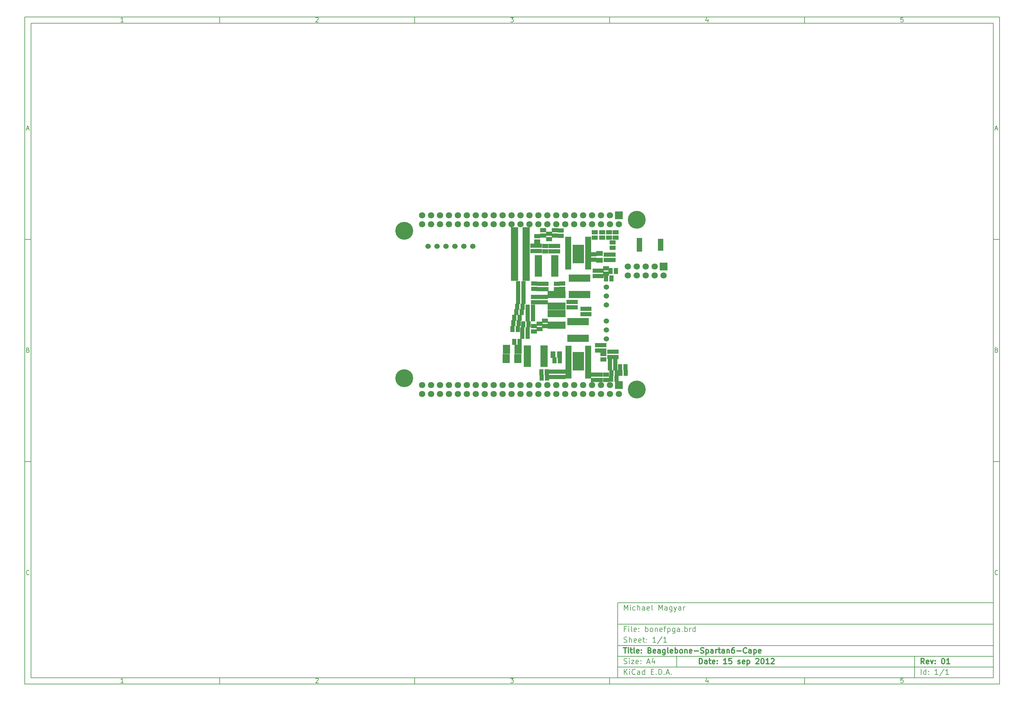
<source format=gbs>
G04 (created by PCBNEW-RS274X (2012-jan-04)-stable) date Fri Sep 14 23:37:00 2012*
G01*
G70*
G90*
%MOIN*%
G04 Gerber Fmt 3.4, Leading zero omitted, Abs format*
%FSLAX34Y34*%
G04 APERTURE LIST*
%ADD10C,0.006000*%
%ADD11C,0.012000*%
%ADD12C,0.060200*%
%ADD13C,0.200000*%
%ADD14R,0.085000X0.085000*%
%ADD15C,0.071200*%
%ADD16R,0.100000X0.080000*%
%ADD17R,0.080000X0.100000*%
%ADD18R,0.055000X0.075000*%
%ADD19R,0.075000X0.055000*%
%ADD20R,0.065000X0.045000*%
%ADD21R,0.045000X0.065000*%
%ADD22R,0.244400X0.083000*%
%ADD23R,0.083000X0.244400*%
%ADD24R,0.059400X0.157800*%
%ADD25R,0.059400X0.138100*%
%ADD26R,0.065300X0.037900*%
%ADD27R,0.127900X0.207000*%
G04 APERTURE END LIST*
G54D10*
X04000Y-04000D02*
X113000Y-04000D01*
X113000Y-78670D01*
X04000Y-78670D01*
X04000Y-04000D01*
X04700Y-04700D02*
X112300Y-04700D01*
X112300Y-77970D01*
X04700Y-77970D01*
X04700Y-04700D01*
X25800Y-04000D02*
X25800Y-04700D01*
X15043Y-04552D02*
X14757Y-04552D01*
X14900Y-04552D02*
X14900Y-04052D01*
X14852Y-04124D01*
X14805Y-04171D01*
X14757Y-04195D01*
X25800Y-78670D02*
X25800Y-77970D01*
X15043Y-78522D02*
X14757Y-78522D01*
X14900Y-78522D02*
X14900Y-78022D01*
X14852Y-78094D01*
X14805Y-78141D01*
X14757Y-78165D01*
X47600Y-04000D02*
X47600Y-04700D01*
X36557Y-04100D02*
X36581Y-04076D01*
X36629Y-04052D01*
X36748Y-04052D01*
X36795Y-04076D01*
X36819Y-04100D01*
X36843Y-04148D01*
X36843Y-04195D01*
X36819Y-04267D01*
X36533Y-04552D01*
X36843Y-04552D01*
X47600Y-78670D02*
X47600Y-77970D01*
X36557Y-78070D02*
X36581Y-78046D01*
X36629Y-78022D01*
X36748Y-78022D01*
X36795Y-78046D01*
X36819Y-78070D01*
X36843Y-78118D01*
X36843Y-78165D01*
X36819Y-78237D01*
X36533Y-78522D01*
X36843Y-78522D01*
X69400Y-04000D02*
X69400Y-04700D01*
X58333Y-04052D02*
X58643Y-04052D01*
X58476Y-04243D01*
X58548Y-04243D01*
X58595Y-04267D01*
X58619Y-04290D01*
X58643Y-04338D01*
X58643Y-04457D01*
X58619Y-04505D01*
X58595Y-04529D01*
X58548Y-04552D01*
X58405Y-04552D01*
X58357Y-04529D01*
X58333Y-04505D01*
X69400Y-78670D02*
X69400Y-77970D01*
X58333Y-78022D02*
X58643Y-78022D01*
X58476Y-78213D01*
X58548Y-78213D01*
X58595Y-78237D01*
X58619Y-78260D01*
X58643Y-78308D01*
X58643Y-78427D01*
X58619Y-78475D01*
X58595Y-78499D01*
X58548Y-78522D01*
X58405Y-78522D01*
X58357Y-78499D01*
X58333Y-78475D01*
X91200Y-04000D02*
X91200Y-04700D01*
X80395Y-04219D02*
X80395Y-04552D01*
X80276Y-04029D02*
X80157Y-04386D01*
X80467Y-04386D01*
X91200Y-78670D02*
X91200Y-77970D01*
X80395Y-78189D02*
X80395Y-78522D01*
X80276Y-77999D02*
X80157Y-78356D01*
X80467Y-78356D01*
X102219Y-04052D02*
X101981Y-04052D01*
X101957Y-04290D01*
X101981Y-04267D01*
X102029Y-04243D01*
X102148Y-04243D01*
X102195Y-04267D01*
X102219Y-04290D01*
X102243Y-04338D01*
X102243Y-04457D01*
X102219Y-04505D01*
X102195Y-04529D01*
X102148Y-04552D01*
X102029Y-04552D01*
X101981Y-04529D01*
X101957Y-04505D01*
X102219Y-78022D02*
X101981Y-78022D01*
X101957Y-78260D01*
X101981Y-78237D01*
X102029Y-78213D01*
X102148Y-78213D01*
X102195Y-78237D01*
X102219Y-78260D01*
X102243Y-78308D01*
X102243Y-78427D01*
X102219Y-78475D01*
X102195Y-78499D01*
X102148Y-78522D01*
X102029Y-78522D01*
X101981Y-78499D01*
X101957Y-78475D01*
X04000Y-28890D02*
X04700Y-28890D01*
X04231Y-16510D02*
X04469Y-16510D01*
X04184Y-16652D02*
X04350Y-16152D01*
X04517Y-16652D01*
X113000Y-28890D02*
X112300Y-28890D01*
X112531Y-16510D02*
X112769Y-16510D01*
X112484Y-16652D02*
X112650Y-16152D01*
X112817Y-16652D01*
X04000Y-53780D02*
X04700Y-53780D01*
X04386Y-41280D02*
X04457Y-41304D01*
X04481Y-41328D01*
X04505Y-41376D01*
X04505Y-41447D01*
X04481Y-41495D01*
X04457Y-41519D01*
X04410Y-41542D01*
X04219Y-41542D01*
X04219Y-41042D01*
X04386Y-41042D01*
X04433Y-41066D01*
X04457Y-41090D01*
X04481Y-41138D01*
X04481Y-41185D01*
X04457Y-41233D01*
X04433Y-41257D01*
X04386Y-41280D01*
X04219Y-41280D01*
X113000Y-53780D02*
X112300Y-53780D01*
X112686Y-41280D02*
X112757Y-41304D01*
X112781Y-41328D01*
X112805Y-41376D01*
X112805Y-41447D01*
X112781Y-41495D01*
X112757Y-41519D01*
X112710Y-41542D01*
X112519Y-41542D01*
X112519Y-41042D01*
X112686Y-41042D01*
X112733Y-41066D01*
X112757Y-41090D01*
X112781Y-41138D01*
X112781Y-41185D01*
X112757Y-41233D01*
X112733Y-41257D01*
X112686Y-41280D01*
X112519Y-41280D01*
X04505Y-66385D02*
X04481Y-66409D01*
X04410Y-66432D01*
X04362Y-66432D01*
X04290Y-66409D01*
X04243Y-66361D01*
X04219Y-66313D01*
X04195Y-66218D01*
X04195Y-66147D01*
X04219Y-66051D01*
X04243Y-66004D01*
X04290Y-65956D01*
X04362Y-65932D01*
X04410Y-65932D01*
X04481Y-65956D01*
X04505Y-65980D01*
X112805Y-66385D02*
X112781Y-66409D01*
X112710Y-66432D01*
X112662Y-66432D01*
X112590Y-66409D01*
X112543Y-66361D01*
X112519Y-66313D01*
X112495Y-66218D01*
X112495Y-66147D01*
X112519Y-66051D01*
X112543Y-66004D01*
X112590Y-65956D01*
X112662Y-65932D01*
X112710Y-65932D01*
X112781Y-65956D01*
X112805Y-65980D01*
G54D11*
X79443Y-76413D02*
X79443Y-75813D01*
X79586Y-75813D01*
X79671Y-75841D01*
X79729Y-75899D01*
X79757Y-75956D01*
X79786Y-76070D01*
X79786Y-76156D01*
X79757Y-76270D01*
X79729Y-76327D01*
X79671Y-76384D01*
X79586Y-76413D01*
X79443Y-76413D01*
X80300Y-76413D02*
X80300Y-76099D01*
X80271Y-76041D01*
X80214Y-76013D01*
X80100Y-76013D01*
X80043Y-76041D01*
X80300Y-76384D02*
X80243Y-76413D01*
X80100Y-76413D01*
X80043Y-76384D01*
X80014Y-76327D01*
X80014Y-76270D01*
X80043Y-76213D01*
X80100Y-76184D01*
X80243Y-76184D01*
X80300Y-76156D01*
X80500Y-76013D02*
X80729Y-76013D01*
X80586Y-75813D02*
X80586Y-76327D01*
X80614Y-76384D01*
X80672Y-76413D01*
X80729Y-76413D01*
X81157Y-76384D02*
X81100Y-76413D01*
X80986Y-76413D01*
X80929Y-76384D01*
X80900Y-76327D01*
X80900Y-76099D01*
X80929Y-76041D01*
X80986Y-76013D01*
X81100Y-76013D01*
X81157Y-76041D01*
X81186Y-76099D01*
X81186Y-76156D01*
X80900Y-76213D01*
X81443Y-76356D02*
X81471Y-76384D01*
X81443Y-76413D01*
X81414Y-76384D01*
X81443Y-76356D01*
X81443Y-76413D01*
X81443Y-76041D02*
X81471Y-76070D01*
X81443Y-76099D01*
X81414Y-76070D01*
X81443Y-76041D01*
X81443Y-76099D01*
X82500Y-76413D02*
X82157Y-76413D01*
X82329Y-76413D02*
X82329Y-75813D01*
X82272Y-75899D01*
X82214Y-75956D01*
X82157Y-75984D01*
X83043Y-75813D02*
X82757Y-75813D01*
X82728Y-76099D01*
X82757Y-76070D01*
X82814Y-76041D01*
X82957Y-76041D01*
X83014Y-76070D01*
X83043Y-76099D01*
X83071Y-76156D01*
X83071Y-76299D01*
X83043Y-76356D01*
X83014Y-76384D01*
X82957Y-76413D01*
X82814Y-76413D01*
X82757Y-76384D01*
X82728Y-76356D01*
X83756Y-76384D02*
X83813Y-76413D01*
X83928Y-76413D01*
X83985Y-76384D01*
X84013Y-76327D01*
X84013Y-76299D01*
X83985Y-76241D01*
X83928Y-76213D01*
X83842Y-76213D01*
X83785Y-76184D01*
X83756Y-76127D01*
X83756Y-76099D01*
X83785Y-76041D01*
X83842Y-76013D01*
X83928Y-76013D01*
X83985Y-76041D01*
X84499Y-76384D02*
X84442Y-76413D01*
X84328Y-76413D01*
X84271Y-76384D01*
X84242Y-76327D01*
X84242Y-76099D01*
X84271Y-76041D01*
X84328Y-76013D01*
X84442Y-76013D01*
X84499Y-76041D01*
X84528Y-76099D01*
X84528Y-76156D01*
X84242Y-76213D01*
X84785Y-76013D02*
X84785Y-76613D01*
X84785Y-76041D02*
X84842Y-76013D01*
X84956Y-76013D01*
X85013Y-76041D01*
X85042Y-76070D01*
X85071Y-76127D01*
X85071Y-76299D01*
X85042Y-76356D01*
X85013Y-76384D01*
X84956Y-76413D01*
X84842Y-76413D01*
X84785Y-76384D01*
X85756Y-75870D02*
X85785Y-75841D01*
X85842Y-75813D01*
X85985Y-75813D01*
X86042Y-75841D01*
X86071Y-75870D01*
X86099Y-75927D01*
X86099Y-75984D01*
X86071Y-76070D01*
X85728Y-76413D01*
X86099Y-76413D01*
X86470Y-75813D02*
X86527Y-75813D01*
X86584Y-75841D01*
X86613Y-75870D01*
X86642Y-75927D01*
X86670Y-76041D01*
X86670Y-76184D01*
X86642Y-76299D01*
X86613Y-76356D01*
X86584Y-76384D01*
X86527Y-76413D01*
X86470Y-76413D01*
X86413Y-76384D01*
X86384Y-76356D01*
X86356Y-76299D01*
X86327Y-76184D01*
X86327Y-76041D01*
X86356Y-75927D01*
X86384Y-75870D01*
X86413Y-75841D01*
X86470Y-75813D01*
X87241Y-76413D02*
X86898Y-76413D01*
X87070Y-76413D02*
X87070Y-75813D01*
X87013Y-75899D01*
X86955Y-75956D01*
X86898Y-75984D01*
X87469Y-75870D02*
X87498Y-75841D01*
X87555Y-75813D01*
X87698Y-75813D01*
X87755Y-75841D01*
X87784Y-75870D01*
X87812Y-75927D01*
X87812Y-75984D01*
X87784Y-76070D01*
X87441Y-76413D01*
X87812Y-76413D01*
G54D10*
X71043Y-77613D02*
X71043Y-77013D01*
X71386Y-77613D02*
X71129Y-77270D01*
X71386Y-77013D02*
X71043Y-77356D01*
X71643Y-77613D02*
X71643Y-77213D01*
X71643Y-77013D02*
X71614Y-77041D01*
X71643Y-77070D01*
X71671Y-77041D01*
X71643Y-77013D01*
X71643Y-77070D01*
X72272Y-77556D02*
X72243Y-77584D01*
X72157Y-77613D01*
X72100Y-77613D01*
X72015Y-77584D01*
X71957Y-77527D01*
X71929Y-77470D01*
X71900Y-77356D01*
X71900Y-77270D01*
X71929Y-77156D01*
X71957Y-77099D01*
X72015Y-77041D01*
X72100Y-77013D01*
X72157Y-77013D01*
X72243Y-77041D01*
X72272Y-77070D01*
X72786Y-77613D02*
X72786Y-77299D01*
X72757Y-77241D01*
X72700Y-77213D01*
X72586Y-77213D01*
X72529Y-77241D01*
X72786Y-77584D02*
X72729Y-77613D01*
X72586Y-77613D01*
X72529Y-77584D01*
X72500Y-77527D01*
X72500Y-77470D01*
X72529Y-77413D01*
X72586Y-77384D01*
X72729Y-77384D01*
X72786Y-77356D01*
X73329Y-77613D02*
X73329Y-77013D01*
X73329Y-77584D02*
X73272Y-77613D01*
X73158Y-77613D01*
X73100Y-77584D01*
X73072Y-77556D01*
X73043Y-77499D01*
X73043Y-77327D01*
X73072Y-77270D01*
X73100Y-77241D01*
X73158Y-77213D01*
X73272Y-77213D01*
X73329Y-77241D01*
X74072Y-77299D02*
X74272Y-77299D01*
X74358Y-77613D02*
X74072Y-77613D01*
X74072Y-77013D01*
X74358Y-77013D01*
X74615Y-77556D02*
X74643Y-77584D01*
X74615Y-77613D01*
X74586Y-77584D01*
X74615Y-77556D01*
X74615Y-77613D01*
X74901Y-77613D02*
X74901Y-77013D01*
X75044Y-77013D01*
X75129Y-77041D01*
X75187Y-77099D01*
X75215Y-77156D01*
X75244Y-77270D01*
X75244Y-77356D01*
X75215Y-77470D01*
X75187Y-77527D01*
X75129Y-77584D01*
X75044Y-77613D01*
X74901Y-77613D01*
X75501Y-77556D02*
X75529Y-77584D01*
X75501Y-77613D01*
X75472Y-77584D01*
X75501Y-77556D01*
X75501Y-77613D01*
X75758Y-77441D02*
X76044Y-77441D01*
X75701Y-77613D02*
X75901Y-77013D01*
X76101Y-77613D01*
X76301Y-77556D02*
X76329Y-77584D01*
X76301Y-77613D01*
X76272Y-77584D01*
X76301Y-77556D01*
X76301Y-77613D01*
G54D11*
X104586Y-76413D02*
X104386Y-76127D01*
X104243Y-76413D02*
X104243Y-75813D01*
X104471Y-75813D01*
X104529Y-75841D01*
X104557Y-75870D01*
X104586Y-75927D01*
X104586Y-76013D01*
X104557Y-76070D01*
X104529Y-76099D01*
X104471Y-76127D01*
X104243Y-76127D01*
X105071Y-76384D02*
X105014Y-76413D01*
X104900Y-76413D01*
X104843Y-76384D01*
X104814Y-76327D01*
X104814Y-76099D01*
X104843Y-76041D01*
X104900Y-76013D01*
X105014Y-76013D01*
X105071Y-76041D01*
X105100Y-76099D01*
X105100Y-76156D01*
X104814Y-76213D01*
X105300Y-76013D02*
X105443Y-76413D01*
X105585Y-76013D01*
X105814Y-76356D02*
X105842Y-76384D01*
X105814Y-76413D01*
X105785Y-76384D01*
X105814Y-76356D01*
X105814Y-76413D01*
X105814Y-76041D02*
X105842Y-76070D01*
X105814Y-76099D01*
X105785Y-76070D01*
X105814Y-76041D01*
X105814Y-76099D01*
X106671Y-75813D02*
X106728Y-75813D01*
X106785Y-75841D01*
X106814Y-75870D01*
X106843Y-75927D01*
X106871Y-76041D01*
X106871Y-76184D01*
X106843Y-76299D01*
X106814Y-76356D01*
X106785Y-76384D01*
X106728Y-76413D01*
X106671Y-76413D01*
X106614Y-76384D01*
X106585Y-76356D01*
X106557Y-76299D01*
X106528Y-76184D01*
X106528Y-76041D01*
X106557Y-75927D01*
X106585Y-75870D01*
X106614Y-75841D01*
X106671Y-75813D01*
X107442Y-76413D02*
X107099Y-76413D01*
X107271Y-76413D02*
X107271Y-75813D01*
X107214Y-75899D01*
X107156Y-75956D01*
X107099Y-75984D01*
G54D10*
X71014Y-76384D02*
X71100Y-76413D01*
X71243Y-76413D01*
X71300Y-76384D01*
X71329Y-76356D01*
X71357Y-76299D01*
X71357Y-76241D01*
X71329Y-76184D01*
X71300Y-76156D01*
X71243Y-76127D01*
X71129Y-76099D01*
X71071Y-76070D01*
X71043Y-76041D01*
X71014Y-75984D01*
X71014Y-75927D01*
X71043Y-75870D01*
X71071Y-75841D01*
X71129Y-75813D01*
X71271Y-75813D01*
X71357Y-75841D01*
X71614Y-76413D02*
X71614Y-76013D01*
X71614Y-75813D02*
X71585Y-75841D01*
X71614Y-75870D01*
X71642Y-75841D01*
X71614Y-75813D01*
X71614Y-75870D01*
X71843Y-76013D02*
X72157Y-76013D01*
X71843Y-76413D01*
X72157Y-76413D01*
X72614Y-76384D02*
X72557Y-76413D01*
X72443Y-76413D01*
X72386Y-76384D01*
X72357Y-76327D01*
X72357Y-76099D01*
X72386Y-76041D01*
X72443Y-76013D01*
X72557Y-76013D01*
X72614Y-76041D01*
X72643Y-76099D01*
X72643Y-76156D01*
X72357Y-76213D01*
X72900Y-76356D02*
X72928Y-76384D01*
X72900Y-76413D01*
X72871Y-76384D01*
X72900Y-76356D01*
X72900Y-76413D01*
X72900Y-76041D02*
X72928Y-76070D01*
X72900Y-76099D01*
X72871Y-76070D01*
X72900Y-76041D01*
X72900Y-76099D01*
X73614Y-76241D02*
X73900Y-76241D01*
X73557Y-76413D02*
X73757Y-75813D01*
X73957Y-76413D01*
X74414Y-76013D02*
X74414Y-76413D01*
X74271Y-75784D02*
X74128Y-76213D01*
X74500Y-76213D01*
X104243Y-77613D02*
X104243Y-77013D01*
X104786Y-77613D02*
X104786Y-77013D01*
X104786Y-77584D02*
X104729Y-77613D01*
X104615Y-77613D01*
X104557Y-77584D01*
X104529Y-77556D01*
X104500Y-77499D01*
X104500Y-77327D01*
X104529Y-77270D01*
X104557Y-77241D01*
X104615Y-77213D01*
X104729Y-77213D01*
X104786Y-77241D01*
X105072Y-77556D02*
X105100Y-77584D01*
X105072Y-77613D01*
X105043Y-77584D01*
X105072Y-77556D01*
X105072Y-77613D01*
X105072Y-77241D02*
X105100Y-77270D01*
X105072Y-77299D01*
X105043Y-77270D01*
X105072Y-77241D01*
X105072Y-77299D01*
X106129Y-77613D02*
X105786Y-77613D01*
X105958Y-77613D02*
X105958Y-77013D01*
X105901Y-77099D01*
X105843Y-77156D01*
X105786Y-77184D01*
X106814Y-76984D02*
X106300Y-77756D01*
X107329Y-77613D02*
X106986Y-77613D01*
X107158Y-77613D02*
X107158Y-77013D01*
X107101Y-77099D01*
X107043Y-77156D01*
X106986Y-77184D01*
G54D11*
X70957Y-74613D02*
X71300Y-74613D01*
X71129Y-75213D02*
X71129Y-74613D01*
X71500Y-75213D02*
X71500Y-74813D01*
X71500Y-74613D02*
X71471Y-74641D01*
X71500Y-74670D01*
X71528Y-74641D01*
X71500Y-74613D01*
X71500Y-74670D01*
X71700Y-74813D02*
X71929Y-74813D01*
X71786Y-74613D02*
X71786Y-75127D01*
X71814Y-75184D01*
X71872Y-75213D01*
X71929Y-75213D01*
X72215Y-75213D02*
X72157Y-75184D01*
X72129Y-75127D01*
X72129Y-74613D01*
X72671Y-75184D02*
X72614Y-75213D01*
X72500Y-75213D01*
X72443Y-75184D01*
X72414Y-75127D01*
X72414Y-74899D01*
X72443Y-74841D01*
X72500Y-74813D01*
X72614Y-74813D01*
X72671Y-74841D01*
X72700Y-74899D01*
X72700Y-74956D01*
X72414Y-75013D01*
X72957Y-75156D02*
X72985Y-75184D01*
X72957Y-75213D01*
X72928Y-75184D01*
X72957Y-75156D01*
X72957Y-75213D01*
X72957Y-74841D02*
X72985Y-74870D01*
X72957Y-74899D01*
X72928Y-74870D01*
X72957Y-74841D01*
X72957Y-74899D01*
X73900Y-74899D02*
X73986Y-74927D01*
X74014Y-74956D01*
X74043Y-75013D01*
X74043Y-75099D01*
X74014Y-75156D01*
X73986Y-75184D01*
X73928Y-75213D01*
X73700Y-75213D01*
X73700Y-74613D01*
X73900Y-74613D01*
X73957Y-74641D01*
X73986Y-74670D01*
X74014Y-74727D01*
X74014Y-74784D01*
X73986Y-74841D01*
X73957Y-74870D01*
X73900Y-74899D01*
X73700Y-74899D01*
X74528Y-75184D02*
X74471Y-75213D01*
X74357Y-75213D01*
X74300Y-75184D01*
X74271Y-75127D01*
X74271Y-74899D01*
X74300Y-74841D01*
X74357Y-74813D01*
X74471Y-74813D01*
X74528Y-74841D01*
X74557Y-74899D01*
X74557Y-74956D01*
X74271Y-75013D01*
X75071Y-75213D02*
X75071Y-74899D01*
X75042Y-74841D01*
X74985Y-74813D01*
X74871Y-74813D01*
X74814Y-74841D01*
X75071Y-75184D02*
X75014Y-75213D01*
X74871Y-75213D01*
X74814Y-75184D01*
X74785Y-75127D01*
X74785Y-75070D01*
X74814Y-75013D01*
X74871Y-74984D01*
X75014Y-74984D01*
X75071Y-74956D01*
X75614Y-74813D02*
X75614Y-75299D01*
X75585Y-75356D01*
X75557Y-75384D01*
X75500Y-75413D01*
X75414Y-75413D01*
X75357Y-75384D01*
X75614Y-75184D02*
X75557Y-75213D01*
X75443Y-75213D01*
X75385Y-75184D01*
X75357Y-75156D01*
X75328Y-75099D01*
X75328Y-74927D01*
X75357Y-74870D01*
X75385Y-74841D01*
X75443Y-74813D01*
X75557Y-74813D01*
X75614Y-74841D01*
X75986Y-75213D02*
X75928Y-75184D01*
X75900Y-75127D01*
X75900Y-74613D01*
X76442Y-75184D02*
X76385Y-75213D01*
X76271Y-75213D01*
X76214Y-75184D01*
X76185Y-75127D01*
X76185Y-74899D01*
X76214Y-74841D01*
X76271Y-74813D01*
X76385Y-74813D01*
X76442Y-74841D01*
X76471Y-74899D01*
X76471Y-74956D01*
X76185Y-75013D01*
X76728Y-75213D02*
X76728Y-74613D01*
X76728Y-74841D02*
X76785Y-74813D01*
X76899Y-74813D01*
X76956Y-74841D01*
X76985Y-74870D01*
X77014Y-74927D01*
X77014Y-75099D01*
X76985Y-75156D01*
X76956Y-75184D01*
X76899Y-75213D01*
X76785Y-75213D01*
X76728Y-75184D01*
X77357Y-75213D02*
X77299Y-75184D01*
X77271Y-75156D01*
X77242Y-75099D01*
X77242Y-74927D01*
X77271Y-74870D01*
X77299Y-74841D01*
X77357Y-74813D01*
X77442Y-74813D01*
X77499Y-74841D01*
X77528Y-74870D01*
X77557Y-74927D01*
X77557Y-75099D01*
X77528Y-75156D01*
X77499Y-75184D01*
X77442Y-75213D01*
X77357Y-75213D01*
X77814Y-74813D02*
X77814Y-75213D01*
X77814Y-74870D02*
X77842Y-74841D01*
X77900Y-74813D01*
X77985Y-74813D01*
X78042Y-74841D01*
X78071Y-74899D01*
X78071Y-75213D01*
X78585Y-75184D02*
X78528Y-75213D01*
X78414Y-75213D01*
X78357Y-75184D01*
X78328Y-75127D01*
X78328Y-74899D01*
X78357Y-74841D01*
X78414Y-74813D01*
X78528Y-74813D01*
X78585Y-74841D01*
X78614Y-74899D01*
X78614Y-74956D01*
X78328Y-75013D01*
X78871Y-74984D02*
X79328Y-74984D01*
X79585Y-75184D02*
X79671Y-75213D01*
X79814Y-75213D01*
X79871Y-75184D01*
X79900Y-75156D01*
X79928Y-75099D01*
X79928Y-75041D01*
X79900Y-74984D01*
X79871Y-74956D01*
X79814Y-74927D01*
X79700Y-74899D01*
X79642Y-74870D01*
X79614Y-74841D01*
X79585Y-74784D01*
X79585Y-74727D01*
X79614Y-74670D01*
X79642Y-74641D01*
X79700Y-74613D01*
X79842Y-74613D01*
X79928Y-74641D01*
X80185Y-74813D02*
X80185Y-75413D01*
X80185Y-74841D02*
X80242Y-74813D01*
X80356Y-74813D01*
X80413Y-74841D01*
X80442Y-74870D01*
X80471Y-74927D01*
X80471Y-75099D01*
X80442Y-75156D01*
X80413Y-75184D01*
X80356Y-75213D01*
X80242Y-75213D01*
X80185Y-75184D01*
X80985Y-75213D02*
X80985Y-74899D01*
X80956Y-74841D01*
X80899Y-74813D01*
X80785Y-74813D01*
X80728Y-74841D01*
X80985Y-75184D02*
X80928Y-75213D01*
X80785Y-75213D01*
X80728Y-75184D01*
X80699Y-75127D01*
X80699Y-75070D01*
X80728Y-75013D01*
X80785Y-74984D01*
X80928Y-74984D01*
X80985Y-74956D01*
X81271Y-75213D02*
X81271Y-74813D01*
X81271Y-74927D02*
X81299Y-74870D01*
X81328Y-74841D01*
X81385Y-74813D01*
X81442Y-74813D01*
X81556Y-74813D02*
X81785Y-74813D01*
X81642Y-74613D02*
X81642Y-75127D01*
X81670Y-75184D01*
X81728Y-75213D01*
X81785Y-75213D01*
X82242Y-75213D02*
X82242Y-74899D01*
X82213Y-74841D01*
X82156Y-74813D01*
X82042Y-74813D01*
X81985Y-74841D01*
X82242Y-75184D02*
X82185Y-75213D01*
X82042Y-75213D01*
X81985Y-75184D01*
X81956Y-75127D01*
X81956Y-75070D01*
X81985Y-75013D01*
X82042Y-74984D01*
X82185Y-74984D01*
X82242Y-74956D01*
X82528Y-74813D02*
X82528Y-75213D01*
X82528Y-74870D02*
X82556Y-74841D01*
X82614Y-74813D01*
X82699Y-74813D01*
X82756Y-74841D01*
X82785Y-74899D01*
X82785Y-75213D01*
X83328Y-74613D02*
X83214Y-74613D01*
X83157Y-74641D01*
X83128Y-74670D01*
X83071Y-74756D01*
X83042Y-74870D01*
X83042Y-75099D01*
X83071Y-75156D01*
X83099Y-75184D01*
X83157Y-75213D01*
X83271Y-75213D01*
X83328Y-75184D01*
X83357Y-75156D01*
X83385Y-75099D01*
X83385Y-74956D01*
X83357Y-74899D01*
X83328Y-74870D01*
X83271Y-74841D01*
X83157Y-74841D01*
X83099Y-74870D01*
X83071Y-74899D01*
X83042Y-74956D01*
X83642Y-74984D02*
X84099Y-74984D01*
X84728Y-75156D02*
X84699Y-75184D01*
X84613Y-75213D01*
X84556Y-75213D01*
X84471Y-75184D01*
X84413Y-75127D01*
X84385Y-75070D01*
X84356Y-74956D01*
X84356Y-74870D01*
X84385Y-74756D01*
X84413Y-74699D01*
X84471Y-74641D01*
X84556Y-74613D01*
X84613Y-74613D01*
X84699Y-74641D01*
X84728Y-74670D01*
X85242Y-75213D02*
X85242Y-74899D01*
X85213Y-74841D01*
X85156Y-74813D01*
X85042Y-74813D01*
X84985Y-74841D01*
X85242Y-75184D02*
X85185Y-75213D01*
X85042Y-75213D01*
X84985Y-75184D01*
X84956Y-75127D01*
X84956Y-75070D01*
X84985Y-75013D01*
X85042Y-74984D01*
X85185Y-74984D01*
X85242Y-74956D01*
X85528Y-74813D02*
X85528Y-75413D01*
X85528Y-74841D02*
X85585Y-74813D01*
X85699Y-74813D01*
X85756Y-74841D01*
X85785Y-74870D01*
X85814Y-74927D01*
X85814Y-75099D01*
X85785Y-75156D01*
X85756Y-75184D01*
X85699Y-75213D01*
X85585Y-75213D01*
X85528Y-75184D01*
X86299Y-75184D02*
X86242Y-75213D01*
X86128Y-75213D01*
X86071Y-75184D01*
X86042Y-75127D01*
X86042Y-74899D01*
X86071Y-74841D01*
X86128Y-74813D01*
X86242Y-74813D01*
X86299Y-74841D01*
X86328Y-74899D01*
X86328Y-74956D01*
X86042Y-75013D01*
G54D10*
X71243Y-72499D02*
X71043Y-72499D01*
X71043Y-72813D02*
X71043Y-72213D01*
X71329Y-72213D01*
X71557Y-72813D02*
X71557Y-72413D01*
X71557Y-72213D02*
X71528Y-72241D01*
X71557Y-72270D01*
X71585Y-72241D01*
X71557Y-72213D01*
X71557Y-72270D01*
X71929Y-72813D02*
X71871Y-72784D01*
X71843Y-72727D01*
X71843Y-72213D01*
X72385Y-72784D02*
X72328Y-72813D01*
X72214Y-72813D01*
X72157Y-72784D01*
X72128Y-72727D01*
X72128Y-72499D01*
X72157Y-72441D01*
X72214Y-72413D01*
X72328Y-72413D01*
X72385Y-72441D01*
X72414Y-72499D01*
X72414Y-72556D01*
X72128Y-72613D01*
X72671Y-72756D02*
X72699Y-72784D01*
X72671Y-72813D01*
X72642Y-72784D01*
X72671Y-72756D01*
X72671Y-72813D01*
X72671Y-72441D02*
X72699Y-72470D01*
X72671Y-72499D01*
X72642Y-72470D01*
X72671Y-72441D01*
X72671Y-72499D01*
X73414Y-72813D02*
X73414Y-72213D01*
X73414Y-72441D02*
X73471Y-72413D01*
X73585Y-72413D01*
X73642Y-72441D01*
X73671Y-72470D01*
X73700Y-72527D01*
X73700Y-72699D01*
X73671Y-72756D01*
X73642Y-72784D01*
X73585Y-72813D01*
X73471Y-72813D01*
X73414Y-72784D01*
X74043Y-72813D02*
X73985Y-72784D01*
X73957Y-72756D01*
X73928Y-72699D01*
X73928Y-72527D01*
X73957Y-72470D01*
X73985Y-72441D01*
X74043Y-72413D01*
X74128Y-72413D01*
X74185Y-72441D01*
X74214Y-72470D01*
X74243Y-72527D01*
X74243Y-72699D01*
X74214Y-72756D01*
X74185Y-72784D01*
X74128Y-72813D01*
X74043Y-72813D01*
X74500Y-72413D02*
X74500Y-72813D01*
X74500Y-72470D02*
X74528Y-72441D01*
X74586Y-72413D01*
X74671Y-72413D01*
X74728Y-72441D01*
X74757Y-72499D01*
X74757Y-72813D01*
X75271Y-72784D02*
X75214Y-72813D01*
X75100Y-72813D01*
X75043Y-72784D01*
X75014Y-72727D01*
X75014Y-72499D01*
X75043Y-72441D01*
X75100Y-72413D01*
X75214Y-72413D01*
X75271Y-72441D01*
X75300Y-72499D01*
X75300Y-72556D01*
X75014Y-72613D01*
X75471Y-72413D02*
X75700Y-72413D01*
X75557Y-72813D02*
X75557Y-72299D01*
X75585Y-72241D01*
X75643Y-72213D01*
X75700Y-72213D01*
X75900Y-72413D02*
X75900Y-73013D01*
X75900Y-72441D02*
X75957Y-72413D01*
X76071Y-72413D01*
X76128Y-72441D01*
X76157Y-72470D01*
X76186Y-72527D01*
X76186Y-72699D01*
X76157Y-72756D01*
X76128Y-72784D01*
X76071Y-72813D01*
X75957Y-72813D01*
X75900Y-72784D01*
X76700Y-72413D02*
X76700Y-72899D01*
X76671Y-72956D01*
X76643Y-72984D01*
X76586Y-73013D01*
X76500Y-73013D01*
X76443Y-72984D01*
X76700Y-72784D02*
X76643Y-72813D01*
X76529Y-72813D01*
X76471Y-72784D01*
X76443Y-72756D01*
X76414Y-72699D01*
X76414Y-72527D01*
X76443Y-72470D01*
X76471Y-72441D01*
X76529Y-72413D01*
X76643Y-72413D01*
X76700Y-72441D01*
X77243Y-72813D02*
X77243Y-72499D01*
X77214Y-72441D01*
X77157Y-72413D01*
X77043Y-72413D01*
X76986Y-72441D01*
X77243Y-72784D02*
X77186Y-72813D01*
X77043Y-72813D01*
X76986Y-72784D01*
X76957Y-72727D01*
X76957Y-72670D01*
X76986Y-72613D01*
X77043Y-72584D01*
X77186Y-72584D01*
X77243Y-72556D01*
X77529Y-72756D02*
X77557Y-72784D01*
X77529Y-72813D01*
X77500Y-72784D01*
X77529Y-72756D01*
X77529Y-72813D01*
X77815Y-72813D02*
X77815Y-72213D01*
X77815Y-72441D02*
X77872Y-72413D01*
X77986Y-72413D01*
X78043Y-72441D01*
X78072Y-72470D01*
X78101Y-72527D01*
X78101Y-72699D01*
X78072Y-72756D01*
X78043Y-72784D01*
X77986Y-72813D01*
X77872Y-72813D01*
X77815Y-72784D01*
X78358Y-72813D02*
X78358Y-72413D01*
X78358Y-72527D02*
X78386Y-72470D01*
X78415Y-72441D01*
X78472Y-72413D01*
X78529Y-72413D01*
X78986Y-72813D02*
X78986Y-72213D01*
X78986Y-72784D02*
X78929Y-72813D01*
X78815Y-72813D01*
X78757Y-72784D01*
X78729Y-72756D01*
X78700Y-72699D01*
X78700Y-72527D01*
X78729Y-72470D01*
X78757Y-72441D01*
X78815Y-72413D01*
X78929Y-72413D01*
X78986Y-72441D01*
X71014Y-73984D02*
X71100Y-74013D01*
X71243Y-74013D01*
X71300Y-73984D01*
X71329Y-73956D01*
X71357Y-73899D01*
X71357Y-73841D01*
X71329Y-73784D01*
X71300Y-73756D01*
X71243Y-73727D01*
X71129Y-73699D01*
X71071Y-73670D01*
X71043Y-73641D01*
X71014Y-73584D01*
X71014Y-73527D01*
X71043Y-73470D01*
X71071Y-73441D01*
X71129Y-73413D01*
X71271Y-73413D01*
X71357Y-73441D01*
X71614Y-74013D02*
X71614Y-73413D01*
X71871Y-74013D02*
X71871Y-73699D01*
X71842Y-73641D01*
X71785Y-73613D01*
X71700Y-73613D01*
X71642Y-73641D01*
X71614Y-73670D01*
X72385Y-73984D02*
X72328Y-74013D01*
X72214Y-74013D01*
X72157Y-73984D01*
X72128Y-73927D01*
X72128Y-73699D01*
X72157Y-73641D01*
X72214Y-73613D01*
X72328Y-73613D01*
X72385Y-73641D01*
X72414Y-73699D01*
X72414Y-73756D01*
X72128Y-73813D01*
X72899Y-73984D02*
X72842Y-74013D01*
X72728Y-74013D01*
X72671Y-73984D01*
X72642Y-73927D01*
X72642Y-73699D01*
X72671Y-73641D01*
X72728Y-73613D01*
X72842Y-73613D01*
X72899Y-73641D01*
X72928Y-73699D01*
X72928Y-73756D01*
X72642Y-73813D01*
X73099Y-73613D02*
X73328Y-73613D01*
X73185Y-73413D02*
X73185Y-73927D01*
X73213Y-73984D01*
X73271Y-74013D01*
X73328Y-74013D01*
X73528Y-73956D02*
X73556Y-73984D01*
X73528Y-74013D01*
X73499Y-73984D01*
X73528Y-73956D01*
X73528Y-74013D01*
X73528Y-73641D02*
X73556Y-73670D01*
X73528Y-73699D01*
X73499Y-73670D01*
X73528Y-73641D01*
X73528Y-73699D01*
X74585Y-74013D02*
X74242Y-74013D01*
X74414Y-74013D02*
X74414Y-73413D01*
X74357Y-73499D01*
X74299Y-73556D01*
X74242Y-73584D01*
X75270Y-73384D02*
X74756Y-74156D01*
X75785Y-74013D02*
X75442Y-74013D01*
X75614Y-74013D02*
X75614Y-73413D01*
X75557Y-73499D01*
X75499Y-73556D01*
X75442Y-73584D01*
X71043Y-70413D02*
X71043Y-69813D01*
X71243Y-70241D01*
X71443Y-69813D01*
X71443Y-70413D01*
X71729Y-70413D02*
X71729Y-70013D01*
X71729Y-69813D02*
X71700Y-69841D01*
X71729Y-69870D01*
X71757Y-69841D01*
X71729Y-69813D01*
X71729Y-69870D01*
X72272Y-70384D02*
X72215Y-70413D01*
X72101Y-70413D01*
X72043Y-70384D01*
X72015Y-70356D01*
X71986Y-70299D01*
X71986Y-70127D01*
X72015Y-70070D01*
X72043Y-70041D01*
X72101Y-70013D01*
X72215Y-70013D01*
X72272Y-70041D01*
X72529Y-70413D02*
X72529Y-69813D01*
X72786Y-70413D02*
X72786Y-70099D01*
X72757Y-70041D01*
X72700Y-70013D01*
X72615Y-70013D01*
X72557Y-70041D01*
X72529Y-70070D01*
X73329Y-70413D02*
X73329Y-70099D01*
X73300Y-70041D01*
X73243Y-70013D01*
X73129Y-70013D01*
X73072Y-70041D01*
X73329Y-70384D02*
X73272Y-70413D01*
X73129Y-70413D01*
X73072Y-70384D01*
X73043Y-70327D01*
X73043Y-70270D01*
X73072Y-70213D01*
X73129Y-70184D01*
X73272Y-70184D01*
X73329Y-70156D01*
X73843Y-70384D02*
X73786Y-70413D01*
X73672Y-70413D01*
X73615Y-70384D01*
X73586Y-70327D01*
X73586Y-70099D01*
X73615Y-70041D01*
X73672Y-70013D01*
X73786Y-70013D01*
X73843Y-70041D01*
X73872Y-70099D01*
X73872Y-70156D01*
X73586Y-70213D01*
X74215Y-70413D02*
X74157Y-70384D01*
X74129Y-70327D01*
X74129Y-69813D01*
X74900Y-70413D02*
X74900Y-69813D01*
X75100Y-70241D01*
X75300Y-69813D01*
X75300Y-70413D01*
X75843Y-70413D02*
X75843Y-70099D01*
X75814Y-70041D01*
X75757Y-70013D01*
X75643Y-70013D01*
X75586Y-70041D01*
X75843Y-70384D02*
X75786Y-70413D01*
X75643Y-70413D01*
X75586Y-70384D01*
X75557Y-70327D01*
X75557Y-70270D01*
X75586Y-70213D01*
X75643Y-70184D01*
X75786Y-70184D01*
X75843Y-70156D01*
X76386Y-70013D02*
X76386Y-70499D01*
X76357Y-70556D01*
X76329Y-70584D01*
X76272Y-70613D01*
X76186Y-70613D01*
X76129Y-70584D01*
X76386Y-70384D02*
X76329Y-70413D01*
X76215Y-70413D01*
X76157Y-70384D01*
X76129Y-70356D01*
X76100Y-70299D01*
X76100Y-70127D01*
X76129Y-70070D01*
X76157Y-70041D01*
X76215Y-70013D01*
X76329Y-70013D01*
X76386Y-70041D01*
X76615Y-70013D02*
X76758Y-70413D01*
X76900Y-70013D02*
X76758Y-70413D01*
X76700Y-70556D01*
X76672Y-70584D01*
X76615Y-70613D01*
X77386Y-70413D02*
X77386Y-70099D01*
X77357Y-70041D01*
X77300Y-70013D01*
X77186Y-70013D01*
X77129Y-70041D01*
X77386Y-70384D02*
X77329Y-70413D01*
X77186Y-70413D01*
X77129Y-70384D01*
X77100Y-70327D01*
X77100Y-70270D01*
X77129Y-70213D01*
X77186Y-70184D01*
X77329Y-70184D01*
X77386Y-70156D01*
X77672Y-70413D02*
X77672Y-70013D01*
X77672Y-70127D02*
X77700Y-70070D01*
X77729Y-70041D01*
X77786Y-70013D01*
X77843Y-70013D01*
X70300Y-69570D02*
X70300Y-77970D01*
X70300Y-71970D02*
X112300Y-71970D01*
X70300Y-69570D02*
X112300Y-69570D01*
X70300Y-74370D02*
X112300Y-74370D01*
X103500Y-75570D02*
X103500Y-77970D01*
X70300Y-76770D02*
X112300Y-76770D01*
X70300Y-75570D02*
X112300Y-75570D01*
X76900Y-75570D02*
X76900Y-76770D01*
G54D12*
X54106Y-29681D03*
X53106Y-29681D03*
X52106Y-29681D03*
X49106Y-29681D03*
X50106Y-29681D03*
X51106Y-29681D03*
G54D13*
X46447Y-27947D03*
X72447Y-26697D03*
X72447Y-45697D03*
X46447Y-44447D03*
G54D14*
X70447Y-26197D03*
G54D15*
X70447Y-27197D03*
X69447Y-26197D03*
X69447Y-27197D03*
X68447Y-26197D03*
X68447Y-27197D03*
X67447Y-26197D03*
X67447Y-27197D03*
X66447Y-26197D03*
X66447Y-27197D03*
X65447Y-26197D03*
X65447Y-27197D03*
X64447Y-26197D03*
X64447Y-27197D03*
X63447Y-26197D03*
X63447Y-27197D03*
X62447Y-26197D03*
X62447Y-27197D03*
X61447Y-26197D03*
X61447Y-27197D03*
X60447Y-26197D03*
X60447Y-27197D03*
X59447Y-26197D03*
X59447Y-27197D03*
X58447Y-26197D03*
X58447Y-27197D03*
X57447Y-26197D03*
X57447Y-27197D03*
X56447Y-26197D03*
X56447Y-27197D03*
X55447Y-26197D03*
X55447Y-27197D03*
X54447Y-26197D03*
X54447Y-27197D03*
X53447Y-26197D03*
X53447Y-27197D03*
X52447Y-26197D03*
X52447Y-27197D03*
X51447Y-26197D03*
X51447Y-27197D03*
X50447Y-26197D03*
X50447Y-27197D03*
X49447Y-26197D03*
X49447Y-27197D03*
X48447Y-26197D03*
X48447Y-27197D03*
G54D14*
X70447Y-45197D03*
G54D15*
X70447Y-46197D03*
X69447Y-45197D03*
X69447Y-46197D03*
X68447Y-45197D03*
X68447Y-46197D03*
X67447Y-45197D03*
X67447Y-46197D03*
X66447Y-45197D03*
X66447Y-46197D03*
X65447Y-45197D03*
X65447Y-46197D03*
X64447Y-45197D03*
X64447Y-46197D03*
X63447Y-45197D03*
X63447Y-46197D03*
X62447Y-45197D03*
X62447Y-46197D03*
X61447Y-45197D03*
X61447Y-46197D03*
X60447Y-45197D03*
X60447Y-46197D03*
X59447Y-45197D03*
X59447Y-46197D03*
X58447Y-45197D03*
X58447Y-46197D03*
X57447Y-45197D03*
X57447Y-46197D03*
X56447Y-45197D03*
X56447Y-46197D03*
X55447Y-45197D03*
X55447Y-46197D03*
X54447Y-45197D03*
X54447Y-46197D03*
X53447Y-45197D03*
X53447Y-46197D03*
X52447Y-45197D03*
X52447Y-46197D03*
X51447Y-45197D03*
X51447Y-46197D03*
X50447Y-45197D03*
X50447Y-46197D03*
X49447Y-45197D03*
X49447Y-46197D03*
X48447Y-45197D03*
X48447Y-46197D03*
G54D14*
X75447Y-31947D03*
G54D15*
X75447Y-32947D03*
X74447Y-31947D03*
X74447Y-32947D03*
X73447Y-31947D03*
X73447Y-32947D03*
X72447Y-31947D03*
X72447Y-32947D03*
X71447Y-31947D03*
X71447Y-32947D03*
G54D16*
X63969Y-36359D03*
X63969Y-35059D03*
X63980Y-37189D03*
X63980Y-38489D03*
G54D17*
X60071Y-29039D03*
X58771Y-29039D03*
X60079Y-31031D03*
X58779Y-31031D03*
X59162Y-41209D03*
X57862Y-41209D03*
X60087Y-32020D03*
X58787Y-32020D03*
G54D18*
X63812Y-41803D03*
X63062Y-41803D03*
G54D19*
X68264Y-31229D03*
X68264Y-30479D03*
G54D20*
X67752Y-28713D03*
X67752Y-28113D03*
X69756Y-31206D03*
X69756Y-30606D03*
X69075Y-31213D03*
X69075Y-30613D03*
X68575Y-28706D03*
X68575Y-28106D03*
X63953Y-28489D03*
X63953Y-27889D03*
X69728Y-29847D03*
X69728Y-29247D03*
X61323Y-29131D03*
X61323Y-28531D03*
X68701Y-41751D03*
X68701Y-42351D03*
X68720Y-40733D03*
X68720Y-41333D03*
X62923Y-43696D03*
X62923Y-44296D03*
G54D21*
X61787Y-43760D03*
X62387Y-43760D03*
X69594Y-43854D03*
X70194Y-43854D03*
X69428Y-43220D03*
X70028Y-43220D03*
G54D20*
X68317Y-44021D03*
X68317Y-44621D03*
X68996Y-44631D03*
X68996Y-44031D03*
X63543Y-43706D03*
X63543Y-44306D03*
X62638Y-28263D03*
X62638Y-28863D03*
X67657Y-44021D03*
X67657Y-44621D03*
X62902Y-30221D03*
X62902Y-29621D03*
G54D21*
X69523Y-32421D03*
X70123Y-32421D03*
G54D20*
X68415Y-33017D03*
X68415Y-32417D03*
X64154Y-44306D03*
X64154Y-43706D03*
X69335Y-28706D03*
X69335Y-28106D03*
X69006Y-32751D03*
X69006Y-32151D03*
X61524Y-30213D03*
X61524Y-29613D03*
G54D21*
X69001Y-33258D03*
X69601Y-33258D03*
G54D20*
X62213Y-30221D03*
X62213Y-29621D03*
X63276Y-28477D03*
X63276Y-27877D03*
X67835Y-33007D03*
X67835Y-32407D03*
X61992Y-28477D03*
X61992Y-27877D03*
X70087Y-28706D03*
X70087Y-28106D03*
X63547Y-30221D03*
X63547Y-29621D03*
X67626Y-31170D03*
X67626Y-30570D03*
G54D21*
X59359Y-40382D03*
X58759Y-40382D03*
G54D20*
X70079Y-41476D03*
X70079Y-42076D03*
G54D21*
X60249Y-39709D03*
X59649Y-39709D03*
G54D20*
X69469Y-41483D03*
X69469Y-42083D03*
X68100Y-40724D03*
X68100Y-41324D03*
G54D21*
X61806Y-44380D03*
X62406Y-44380D03*
X69562Y-44488D03*
X70162Y-44488D03*
X70606Y-43835D03*
X71206Y-43835D03*
X69428Y-42587D03*
X70028Y-42587D03*
X70590Y-43217D03*
X71190Y-43217D03*
X63847Y-42429D03*
X63247Y-42429D03*
G54D20*
X62181Y-37995D03*
X62181Y-38595D03*
G54D21*
X59331Y-37669D03*
X58731Y-37669D03*
X59690Y-36421D03*
X59090Y-36421D03*
G54D20*
X66461Y-36669D03*
X66461Y-37269D03*
X65520Y-36509D03*
X65520Y-35909D03*
G54D21*
X60249Y-39071D03*
X59649Y-39071D03*
G54D20*
X60870Y-30202D03*
X60870Y-29602D03*
G54D21*
X59572Y-37039D03*
X58972Y-37039D03*
X59229Y-38272D03*
X58629Y-38272D03*
G54D20*
X62161Y-35922D03*
X62161Y-35322D03*
G54D21*
X60835Y-37744D03*
X60235Y-37744D03*
X59769Y-35799D03*
X59169Y-35799D03*
X59154Y-38921D03*
X58554Y-38921D03*
X59761Y-33902D03*
X59161Y-33902D03*
G54D20*
X61567Y-38326D03*
X61567Y-38926D03*
X61551Y-35922D03*
X61551Y-35322D03*
G54D21*
X60835Y-37130D03*
X60235Y-37130D03*
G54D20*
X60961Y-33842D03*
X60961Y-34442D03*
G54D22*
X66043Y-35069D03*
X66043Y-33219D03*
G54D23*
X61427Y-31860D03*
X63277Y-31860D03*
G54D22*
X65886Y-38110D03*
X65886Y-39960D03*
G54D23*
X60217Y-41969D03*
X62067Y-41969D03*
G54D24*
X72736Y-29504D03*
G54D25*
X75098Y-29504D03*
G54D12*
X69035Y-38039D03*
X69035Y-39039D03*
X69035Y-40039D03*
X69045Y-36240D03*
X69045Y-35240D03*
X69045Y-34240D03*
G54D17*
X60071Y-33020D03*
X58771Y-33020D03*
X60071Y-28039D03*
X58771Y-28039D03*
G54D16*
X62992Y-37193D03*
X62992Y-38493D03*
X62969Y-36359D03*
X62969Y-35059D03*
G54D17*
X59150Y-42220D03*
X57850Y-42220D03*
X60071Y-30051D03*
X58771Y-30051D03*
G54D20*
X67047Y-36676D03*
X67047Y-37276D03*
X62236Y-33854D03*
X62236Y-34454D03*
G54D21*
X59769Y-35161D03*
X59169Y-35161D03*
G54D20*
X61591Y-33854D03*
X61591Y-34454D03*
X64921Y-36489D03*
X64921Y-35889D03*
G54D21*
X60359Y-38394D03*
X59759Y-38394D03*
G54D20*
X63512Y-33854D03*
X63512Y-34454D03*
G54D21*
X59761Y-34520D03*
X59161Y-34520D03*
G54D20*
X64126Y-33846D03*
X64126Y-34446D03*
X60941Y-38586D03*
X60941Y-39186D03*
X60941Y-35922D03*
X60941Y-35322D03*
G54D21*
X60835Y-36520D03*
X60235Y-36520D03*
G54D26*
X64794Y-42756D03*
X64794Y-42500D03*
X64794Y-42244D03*
X64794Y-41988D03*
X67018Y-43520D03*
X64794Y-43524D03*
X64794Y-43268D03*
X64794Y-43012D03*
X67018Y-41732D03*
X67018Y-41988D03*
X67018Y-42244D03*
X67018Y-42500D03*
X67018Y-42756D03*
X67018Y-43012D03*
X64794Y-41732D03*
X67018Y-43268D03*
X64794Y-43780D03*
X64794Y-41476D03*
X67018Y-41476D03*
X67018Y-43780D03*
X64794Y-44036D03*
X64794Y-41221D03*
X67018Y-41221D03*
X67018Y-44035D03*
X64794Y-44291D03*
X64794Y-40965D03*
X67018Y-40965D03*
X67018Y-44291D03*
G54D27*
X65906Y-42539D03*
G54D26*
X67007Y-30315D03*
X67007Y-30571D03*
X67007Y-30827D03*
X67007Y-31083D03*
X64783Y-29551D03*
X67007Y-29547D03*
X67007Y-29803D03*
X67007Y-30059D03*
X64783Y-31339D03*
X64783Y-31083D03*
X64783Y-30827D03*
X64783Y-30571D03*
X64783Y-30315D03*
X64783Y-30059D03*
X67007Y-31339D03*
X64783Y-29803D03*
X67007Y-29291D03*
X67007Y-31595D03*
X64783Y-31595D03*
X64783Y-29291D03*
X67007Y-29035D03*
X67007Y-31850D03*
X64783Y-31850D03*
X64783Y-29036D03*
X67007Y-28780D03*
X67007Y-32106D03*
X64783Y-32106D03*
X64783Y-28780D03*
G54D27*
X65895Y-30532D03*
M02*

</source>
